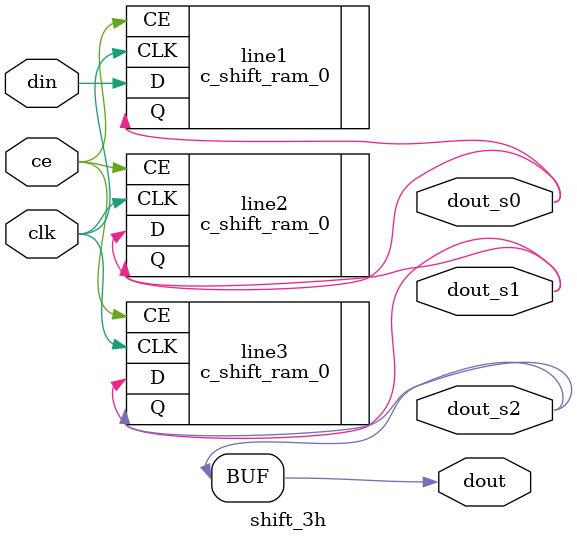
<source format=v>
`timescale 1ns / 1ps

module shift_3h(

input               clk   ,
input               din   ,
input               ce  ,

output              dout,
output              dout_s0,
output              dout_s1,
output              dout_s2
    );
    
c_shift_ram_0 line1 (
  .D(din),      // input wire [0 : 0] D
  .CLK(clk),  // input wire CLK
  .CE(ce),    // input wire CE
  .Q(dout_s0)      // output wire [0 : 0] Q
);    
c_shift_ram_0 line2 (
  .D(dout_s0),      // input wire [0 : 0] D
  .CLK(clk),  // input wire CLK
  .CE(ce),    // input wire CE
  .Q(dout_s1)      // output wire [0 : 0] Q
);
c_shift_ram_0 line3 (
  .D(dout_s1),      // input wire [0 : 0] D
  .CLK(clk),  // input wire CLK
  .CE(ce),    // input wire CE
  .Q(dout_s2)      // output wire [0 : 0] Q
);
assign  dout= dout_s2;  
    
    
endmodule

</source>
